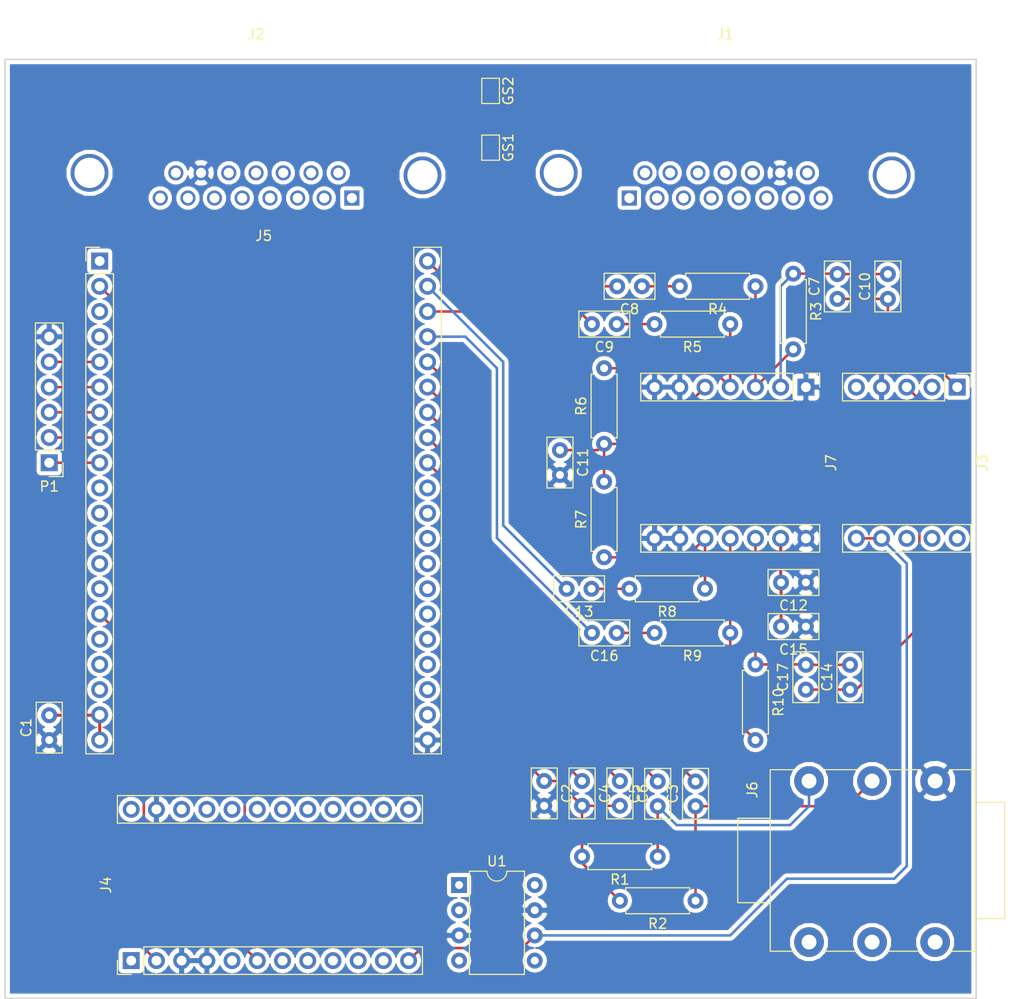
<source format=kicad_pcb>
(kicad_pcb (version 4) (host pcbnew 4.0.6-e0-6349~53~ubuntu16.04.1)
  (title_block (title Blubaru))
  (layers (0 Top signal) (31 Bottom signal) (36 B.SilkS user) (37 F.SilkS user) (38 B.Mask user) (39 F.Mask user) (44 Edge.Cuts user))
  (net 0 "")
  (net 1 GND)
  (net 2 VCC)
  (net 3 "/DB-15 interconnects/Modules/Bluetooth Module/Microphone/MIC_BIAS")
  (net 4 "Net-(C3-Pad1)")
  (net 5 "/DB-15 interconnects/Modules/Bluetooth Module/Microphone/MIC_R-")
  (net 6 "/DB-15 interconnects/Modules/Bluetooth Module/Microphone/MIC_L+")
  (net 7 "Net-(C5-Pad1)")
  (net 8 "/DB-15 interconnects/Modules/Bluetooth Module/Microphone/MIC_L-")
  (net 9 "/DB-15 interconnects/Modules/Bluetooth Module/Microphone/MIC_R+")
  (net 10 "/DB-15 interconnects/Modules/Audio switch/BT_L")
  (net 11 "Net-(C10-Pad2)")
  (net 12 "Net-(C8-Pad1)")
  (net 13 "/DB-15 interconnects/Modules/Bluetooth Module/Amp/L+")
  (net 14 "Net-(C9-Pad1)")
  (net 15 "/DB-15 interconnects/Modules/Bluetooth Module/Amp/L-")
  (net 16 "Net-(C11-Pad1)")
  (net 17 "Net-(C13-Pad1)")
  (net 18 "/DB-15 interconnects/Modules/Bluetooth Module/Amp/R+")
  (net 19 "/DB-15 interconnects/Modules/Audio switch/BT_R")
  (net 20 "Net-(C14-Pad2)")
  (net 21 "Net-(C16-Pad1)")
  (net 22 "/DB-15 interconnects/Modules/Bluetooth Module/Amp/R-")
  (net 23 "/DB-15 interconnects/5_IN")
  (net 24 "/DB-15 interconnects/13_IN")
  (net 25 "/DB-15 interconnects/1_IN")
  (net 26 "/DB-15 interconnects/2_IN")
  (net 27 "/DB-15 interconnects/3_IN")
  (net 28 "/DB-15 interconnects/4_IN")
  (net 29 "/DB-15 interconnects/6_IN")
  (net 30 "/DB-15 interconnects/7_IN")
  (net 31 "/DB-15 interconnects/8_IN")
  (net 32 +12V)
  (net 33 "/DB-15 interconnects/10_IN")
  (net 34 "/DB-15 interconnects/11_IN")
  (net 35 "/DB-15 interconnects/12_IN")
  (net 36 "/DB-15 interconnects/6_OUT")
  (net 37 "/DB-15 interconnects/4_OUT")
  (net 38 "/DB-15 interconnects/2_OUT")
  (net 39 "/DB-15 interconnects/Modules/Audio switch/BT_TRG")
  (net 40 "/DB-15 interconnects/Modules/Bluetooth Module/UART_RX")
  (net 41 "/DB-15 interconnects/Modules/Bluetooth Module/UART_TX")
  (net 42 "/DB-15 interconnects/Modules/Bluetooth Module/CMD")
  (net 43 "/DB-15 interconnects/Modules/Bluetooth Module/EVENT")
  (net 44 "/DB-15 interconnects/Modules/Bluetooth Module/VOL+")
  (net 45 "/DB-15 interconnects/Modules/Bluetooth Module/NEXT")
  (net 46 "/DB-15 interconnects/Modules/Bluetooth Module/PLAY")
  (net 47 "/DB-15 interconnects/Modules/Bluetooth Module/PREV")
  (net 48 "/DB-15 interconnects/Modules/Bluetooth Module/VOL-")
  (net 49 "Net-(J7-Pad10)")
  (net 50 "Net-(J7-Pad11)")
  (net 51 "Net-(J7-Pad3)")
  (net 52 "Net-(J7-Pad4)")
  (module blubaru:RN52_Breakout (layer Top) (at 110.49 50.165)
    (fp_text reference J5 (at 0 -2.54) (layer F.SilkS))
    (fp_text value RN52_BREAKOUT)
    (pad 21 thru_hole oval (at 16.51 48.26) (size 1.7 1.7) (drill 1) (layers *.Cu *.Mask) (net 1 GND))
    (pad 22 thru_hole oval (at 16.51 45.72) (size 1.7 1.7) (drill 1) (layers *.Cu *.Mask))
    (pad 23 thru_hole oval (at 16.51 43.18) (size 1.7 1.7) (drill 1) (layers *.Cu *.Mask))
    (pad 24 thru_hole oval (at 16.51 40.64) (size 1.7 1.7) (drill 1) (layers *.Cu *.Mask))
    (pad 25 thru_hole oval (at 16.51 38.1) (size 1.7 1.7) (drill 1) (layers *.Cu *.Mask))
    (pad 26 thru_hole oval (at 16.51 35.56) (size 1.7 1.7) (drill 1) (layers *.Cu *.Mask))
    (pad 27 thru_hole oval (at 16.51 33.02) (size 1.7 1.7) (drill 1) (layers *.Cu *.Mask))
    (pad 28 thru_hole oval (at 16.51 30.48) (size 1.7 1.7) (drill 1) (layers *.Cu *.Mask))
    (pad 29 thru_hole oval (at 16.51 27.94) (size 1.7 1.7) (drill 1) (layers *.Cu *.Mask))
    (pad 30 thru_hole oval (at 16.51 25.4) (size 1.7 1.7) (drill 1) (layers *.Cu *.Mask))
    (pad 31 thru_hole oval (at 16.51 22.86) (size 1.7 1.7) (drill 1) (layers *.Cu *.Mask))
    (pad 32 thru_hole oval (at 16.51 20.32) (size 1.7 1.7) (drill 1) (layers *.Cu *.Mask) (net 3 "/DB-15 interconnects/Modules/Bluetooth Module/Microphone/MIC_BIAS"))
    (pad 33 thru_hole oval (at 16.51 17.78) (size 1.7 1.7) (drill 1) (layers *.Cu *.Mask) (net 6 "/DB-15 interconnects/Modules/Bluetooth Module/Microphone/MIC_L+"))
    (pad 34 thru_hole oval (at 16.51 15.24) (size 1.7 1.7) (drill 1) (layers *.Cu *.Mask) (net 9 "/DB-15 interconnects/Modules/Bluetooth Module/Microphone/MIC_R+"))
    (pad 35 thru_hole oval (at 16.51 12.7) (size 1.7 1.7) (drill 1) (layers *.Cu *.Mask) (net 8 "/DB-15 interconnects/Modules/Bluetooth Module/Microphone/MIC_L-"))
    (pad 36 thru_hole oval (at 16.51 10.16) (size 1.7 1.7) (drill 1) (layers *.Cu *.Mask) (net 5 "/DB-15 interconnects/Modules/Bluetooth Module/Microphone/MIC_R-"))
    (pad 37 thru_hole oval (at 16.51 7.62) (size 1.7 1.7) (drill 1) (layers *.Cu *.Mask) (net 22 "/DB-15 interconnects/Modules/Bluetooth Module/Amp/R-"))
    (pad 38 thru_hole oval (at 16.51 5.08) (size 1.7 1.7) (drill 1) (layers *.Cu *.Mask) (net 15 "/DB-15 interconnects/Modules/Bluetooth Module/Amp/L-"))
    (pad 39 thru_hole oval (at 16.51 2.54) (size 1.7 1.7) (drill 1) (layers *.Cu *.Mask) (net 18 "/DB-15 interconnects/Modules/Bluetooth Module/Amp/R+"))
    (pad 40 thru_hole circle (at 16.51 0) (size 1.7 1.7) (drill 1) (layers *.Cu *.Mask) (net 13 "/DB-15 interconnects/Modules/Bluetooth Module/Amp/L+"))
    (pad 1 thru_hole rect (at -16.51 0) (size 1.7 1.7) (drill 1) (layers *.Cu *.Mask))
    (pad 2 thru_hole oval (at -16.51 2.54) (size 1.7 1.7) (drill 1) (layers *.Cu *.Mask) (net 43 "/DB-15 interconnects/Modules/Bluetooth Module/EVENT"))
    (pad 3 thru_hole oval (at -16.51 5.08) (size 1.7 1.7) (drill 1) (layers *.Cu *.Mask))
    (pad 4 thru_hole oval (at -16.51 7.62) (size 1.7 1.7) (drill 1) (layers *.Cu *.Mask))
    (pad 5 thru_hole oval (at -16.51 10.16) (size 1.7 1.7) (drill 1) (layers *.Cu *.Mask) (net 44 "/DB-15 interconnects/Modules/Bluetooth Module/VOL+"))
    (pad 6 thru_hole oval (at -16.51 12.7) (size 1.7 1.7) (drill 1) (layers *.Cu *.Mask) (net 45 "/DB-15 interconnects/Modules/Bluetooth Module/NEXT"))
    (pad 7 thru_hole oval (at -16.51 15.24) (size 1.7 1.7) (drill 1) (layers *.Cu *.Mask) (net 46 "/DB-15 interconnects/Modules/Bluetooth Module/PLAY"))
    (pad 8 thru_hole oval (at -16.51 17.78) (size 1.7 1.7) (drill 1) (layers *.Cu *.Mask) (net 47 "/DB-15 interconnects/Modules/Bluetooth Module/PREV"))
    (pad 9 thru_hole oval (at -16.51 20.32) (size 1.7 1.7) (drill 1) (layers *.Cu *.Mask) (net 48 "/DB-15 interconnects/Modules/Bluetooth Module/VOL-"))
    (pad 10 thru_hole oval (at -16.51 22.86) (size 1.7 1.7) (drill 1) (layers *.Cu *.Mask) (net 42 "/DB-15 interconnects/Modules/Bluetooth Module/CMD"))
    (pad 11 thru_hole oval (at -16.51 25.4) (size 1.7 1.7) (drill 1) (layers *.Cu *.Mask))
    (pad 12 thru_hole oval (at -16.51 27.94) (size 1.7 1.7) (drill 1) (layers *.Cu *.Mask))
    (pad 13 thru_hole oval (at -16.51 30.48) (size 1.7 1.7) (drill 1) (layers *.Cu *.Mask))
    (pad 14 thru_hole oval (at -16.51 33.02) (size 1.7 1.7) (drill 1) (layers *.Cu *.Mask))
    (pad 15 thru_hole oval (at -16.51 35.56) (size 1.7 1.7) (drill 1) (layers *.Cu *.Mask) (net 41 "/DB-15 interconnects/Modules/Bluetooth Module/UART_TX"))
    (pad 16 thru_hole oval (at -16.51 38.1) (size 1.7 1.7) (drill 1) (layers *.Cu *.Mask) (net 40 "/DB-15 interconnects/Modules/Bluetooth Module/UART_RX"))
    (pad 17 thru_hole oval (at -16.51 40.64) (size 1.7 1.7) (drill 1) (layers *.Cu *.Mask))
    (pad 18 thru_hole oval (at -16.51 43.18) (size 1.7 1.7) (drill 1) (layers *.Cu *.Mask))
    (pad 19 thru_hole oval (at -16.51 45.72) (size 1.7 1.7) (drill 1) (layers *.Cu *.Mask) (net 2 VCC))
    (pad 20 thru_hole oval (at -16.51 48.26) (size 1.7 1.7) (drill 1) (layers *.Cu *.Mask) (net 2 VCC))
  )
  (module Capacitors_THT:C_Disc_D5.0mm_W2.5mm_P2.50mm (layer Top) (at 88.9 98.425 90)
    (fp_text reference C1 (at 1.25 -2.31 90) (layer F.SilkS))
    (fp_text value 0.1uF)
    (pad 1 thru_hole circle (at 0 0 90) (size 1.6 1.6) (drill 0.8) (layers *.Cu *.Mask) (net 1 GND))
    (pad 2 thru_hole circle (at 2.5 0 90) (size 1.6 1.6) (drill 0.8) (layers *.Cu *.Mask) (net 2 VCC))
  )
  (module Capacitors_THT:C_Disc_D5.0mm_W2.5mm_P2.50mm (layer Top) (at 138.7475 102.5525 270)
    (fp_text reference C2 (at 1.25 -2.31 270) (layer F.SilkS))
    (fp_text value 1uF)
    (pad 1 thru_hole circle (at 0 0 270) (size 1.6 1.6) (drill 0.8) (layers *.Cu *.Mask) (net 3 "/DB-15 interconnects/Modules/Bluetooth Module/Microphone/MIC_BIAS"))
    (pad 2 thru_hole circle (at 2.5 0 270) (size 1.6 1.6) (drill 0.8) (layers *.Cu *.Mask) (net 1 GND))
  )
  (module Capacitors_THT:C_Disc_D5.0mm_W2.5mm_P2.50mm (layer Top) (at 153.9875 105.0925 90)
    (fp_text reference C3 (at 1.25 -2.31 90) (layer F.SilkS))
    (fp_text value 47nF)
    (pad 1 thru_hole circle (at 0 0 90) (size 1.6 1.6) (drill 0.8) (layers *.Cu *.Mask) (net 4 "Net-(C3-Pad1)"))
    (pad 2 thru_hole circle (at 2.5 0 90) (size 1.6 1.6) (drill 0.8) (layers *.Cu *.Mask) (net 5 "/DB-15 interconnects/Modules/Bluetooth Module/Microphone/MIC_R-"))
  )
  (module Capacitors_THT:C_Disc_D5.0mm_W2.5mm_P2.50mm (layer Top) (at 142.5575 102.5525 270)
    (fp_text reference C4 (at 1.25 -2.31 270) (layer F.SilkS))
    (fp_text value 47nF)
    (pad 1 thru_hole circle (at 0 0 270) (size 1.6 1.6) (drill 0.8) (layers *.Cu *.Mask) (net 6 "/DB-15 interconnects/Modules/Bluetooth Module/Microphone/MIC_L+"))
    (pad 2 thru_hole circle (at 2.5 0 270) (size 1.6 1.6) (drill 0.8) (layers *.Cu *.Mask) (net 3 "/DB-15 interconnects/Modules/Bluetooth Module/Microphone/MIC_BIAS"))
  )
  (module Capacitors_THT:C_Disc_D5.0mm_W2.5mm_P2.50mm (layer Top) (at 150.1775 105.0925 90)
    (fp_text reference C5 (at 1.25 -2.31 90) (layer F.SilkS))
    (fp_text value 47nF)
    (pad 1 thru_hole circle (at 0 0 90) (size 1.6 1.6) (drill 0.8) (layers *.Cu *.Mask) (net 7 "Net-(C5-Pad1)"))
    (pad 2 thru_hole circle (at 2.5 0 90) (size 1.6 1.6) (drill 0.8) (layers *.Cu *.Mask) (net 8 "/DB-15 interconnects/Modules/Bluetooth Module/Microphone/MIC_L-"))
  )
  (module Capacitors_THT:C_Disc_D5.0mm_W2.5mm_P2.50mm (layer Top) (at 146.3675 102.5525 270)
    (fp_text reference C6 (at 1.25 -2.31 270) (layer F.SilkS))
    (fp_text value 47nF)
    (pad 1 thru_hole circle (at 0 0 270) (size 1.6 1.6) (drill 0.8) (layers *.Cu *.Mask) (net 9 "/DB-15 interconnects/Modules/Bluetooth Module/Microphone/MIC_R+"))
    (pad 2 thru_hole circle (at 2.5 0 270) (size 1.6 1.6) (drill 0.8) (layers *.Cu *.Mask) (net 3 "/DB-15 interconnects/Modules/Bluetooth Module/Microphone/MIC_BIAS"))
  )
  (module Capacitors_THT:C_Disc_D5.0mm_W2.5mm_P2.50mm (layer Top) (at 168.275 53.975 90)
    (fp_text reference C7 (at 1.25 -2.31 90) (layer F.SilkS))
    (fp_text value 100uF)
    (pad 1 thru_hole circle (at 0 0 90) (size 1.6 1.6) (drill 0.8) (layers *.Cu *.Mask) (net 10 "/DB-15 interconnects/Modules/Audio switch/BT_L"))
    (pad 2 thru_hole circle (at 2.5 0 90) (size 1.6 1.6) (drill 0.8) (layers *.Cu *.Mask) (net 11 "Net-(C10-Pad2)"))
  )
  (module Capacitors_THT:C_Disc_D5.0mm_W2.5mm_P2.50mm (layer Top) (at 148.59 52.705 180)
    (fp_text reference C8 (at 1.25 -2.31 180) (layer F.SilkS))
    (fp_text value 1uF)
    (pad 1 thru_hole circle (at 0 0 180) (size 1.6 1.6) (drill 0.8) (layers *.Cu *.Mask) (net 12 "Net-(C8-Pad1)"))
    (pad 2 thru_hole circle (at 2.5 0 180) (size 1.6 1.6) (drill 0.8) (layers *.Cu *.Mask) (net 13 "/DB-15 interconnects/Modules/Bluetooth Module/Amp/L+"))
  )
  (module Capacitors_THT:C_Disc_D5.0mm_W2.5mm_P2.50mm (layer Top) (at 146.05 56.515 180)
    (fp_text reference C9 (at 1.25 -2.31 180) (layer F.SilkS))
    (fp_text value 1uF)
    (pad 1 thru_hole circle (at 0 0 180) (size 1.6 1.6) (drill 0.8) (layers *.Cu *.Mask) (net 14 "Net-(C9-Pad1)"))
    (pad 2 thru_hole circle (at 2.5 0 180) (size 1.6 1.6) (drill 0.8) (layers *.Cu *.Mask) (net 15 "/DB-15 interconnects/Modules/Bluetooth Module/Amp/L-"))
  )
  (module Capacitors_THT:C_Disc_D5.0mm_W2.5mm_P2.50mm (layer Top) (at 173.355 53.975 90)
    (fp_text reference C10 (at 1.25 -2.31 90) (layer F.SilkS))
    (fp_text value 100uF)
    (pad 1 thru_hole circle (at 0 0 90) (size 1.6 1.6) (drill 0.8) (layers *.Cu *.Mask) (net 10 "/DB-15 interconnects/Modules/Audio switch/BT_L"))
    (pad 2 thru_hole circle (at 2.5 0 90) (size 1.6 1.6) (drill 0.8) (layers *.Cu *.Mask) (net 11 "Net-(C10-Pad2)"))
  )
  (module Capacitors_THT:C_Disc_D5.0mm_W2.5mm_P2.50mm (layer Top) (at 140.335 69.215 270)
    (fp_text reference C11 (at 1.25 -2.31 270) (layer F.SilkS))
    (fp_text value 1uF)
    (pad 1 thru_hole circle (at 0 0 270) (size 1.6 1.6) (drill 0.8) (layers *.Cu *.Mask) (net 16 "Net-(C11-Pad1)"))
    (pad 2 thru_hole circle (at 2.5 0 270) (size 1.6 1.6) (drill 0.8) (layers *.Cu *.Mask) (net 1 GND))
  )
  (module Capacitors_THT:C_Disc_D5.0mm_W2.5mm_P2.50mm (layer Top) (at 165.1 82.55 180)
    (fp_text reference C12 (at 1.25 -2.31 180) (layer F.SilkS))
    (fp_text value 0.1uF)
    (pad 1 thru_hole circle (at 0 0 180) (size 1.6 1.6) (drill 0.8) (layers *.Cu *.Mask) (net 1 GND))
    (pad 2 thru_hole circle (at 2.5 0 180) (size 1.6 1.6) (drill 0.8) (layers *.Cu *.Mask) (net 2 VCC))
  )
  (module Capacitors_THT:C_Disc_D5.0mm_W2.5mm_P2.50mm (layer Top) (at 143.51 83.185 180)
    (fp_text reference C13 (at 1.25 -2.31 180) (layer F.SilkS))
    (fp_text value 1uF)
    (pad 1 thru_hole circle (at 0 0 180) (size 1.6 1.6) (drill 0.8) (layers *.Cu *.Mask) (net 17 "Net-(C13-Pad1)"))
    (pad 2 thru_hole circle (at 2.5 0 180) (size 1.6 1.6) (drill 0.8) (layers *.Cu *.Mask) (net 18 "/DB-15 interconnects/Modules/Bluetooth Module/Amp/R+"))
  )
  (module Capacitors_THT:C_Disc_D5.0mm_W2.5mm_P2.50mm (layer Top) (at 169.545 93.345 90)
    (fp_text reference C14 (at 1.25 -2.31 90) (layer F.SilkS))
    (fp_text value 100uF)
    (pad 1 thru_hole circle (at 0 0 90) (size 1.6 1.6) (drill 0.8) (layers *.Cu *.Mask) (net 19 "/DB-15 interconnects/Modules/Audio switch/BT_R"))
    (pad 2 thru_hole circle (at 2.5 0 90) (size 1.6 1.6) (drill 0.8) (layers *.Cu *.Mask) (net 20 "Net-(C14-Pad2)"))
  )
  (module Capacitors_THT:C_Disc_D5.0mm_W2.5mm_P2.50mm (layer Top) (at 165.1 86.995 180)
    (fp_text reference C15 (at 1.25 -2.31 180) (layer F.SilkS))
    (fp_text value 10uF)
    (pad 1 thru_hole circle (at 0 0 180) (size 1.6 1.6) (drill 0.8) (layers *.Cu *.Mask) (net 1 GND))
    (pad 2 thru_hole circle (at 2.5 0 180) (size 1.6 1.6) (drill 0.8) (layers *.Cu *.Mask) (net 2 VCC))
  )
  (module Capacitors_THT:C_Disc_D5.0mm_W2.5mm_P2.50mm (layer Top) (at 146.05 87.63 180)
    (fp_text reference C16 (at 1.25 -2.31 180) (layer F.SilkS))
    (fp_text value 1uF)
    (pad 1 thru_hole circle (at 0 0 180) (size 1.6 1.6) (drill 0.8) (layers *.Cu *.Mask) (net 21 "Net-(C16-Pad1)"))
    (pad 2 thru_hole circle (at 2.5 0 180) (size 1.6 1.6) (drill 0.8) (layers *.Cu *.Mask) (net 22 "/DB-15 interconnects/Modules/Bluetooth Module/Amp/R-"))
  )
  (module Capacitors_THT:C_Disc_D5.0mm_W2.5mm_P2.50mm (layer Top) (at 165.1 93.345 90)
    (fp_text reference C17 (at 1.25 -2.31 90) (layer F.SilkS))
    (fp_text value 100uF)
    (pad 1 thru_hole circle (at 0 0 90) (size 1.6 1.6) (drill 0.8) (layers *.Cu *.Mask) (net 19 "/DB-15 interconnects/Modules/Audio switch/BT_R"))
    (pad 2 thru_hole circle (at 2.5 0 90) (size 1.6 1.6) (drill 0.8) (layers *.Cu *.Mask) (net 20 "Net-(C14-Pad2)"))
  )
  (module Connectors:GS2 (layer Top) (at 133.35 38.735)
    (fp_text reference GS1 (at 1.78 0 90) (layer F.SilkS))
    (fp_text value GS2)
    (pad 1 smd rect (at 0 -0.64) (size 1.27 0.97) (layers Top F.Mask) (net 23 "/DB-15 interconnects/5_IN"))
    (pad 2 smd rect (at 0 0.64) (size 1.27 0.97) (layers Top F.Mask) (net 1 GND))
  )
  (module Connectors:GS2 (layer Top) (at 133.35 33.02)
    (fp_text reference GS2 (at 1.78 0 90) (layer F.SilkS))
    (fp_text value GS2)
    (pad 1 smd rect (at 0 -0.64) (size 1.27 0.97) (layers Top F.Mask) (net 24 "/DB-15 interconnects/13_IN"))
    (pad 2 smd rect (at 0 0.64) (size 1.27 0.97) (layers Top F.Mask) (net 1 GND))
  )
  (module Connectors:DB15FC (layer Top) (at 147.32 43.815)
    (fp_text reference J1 (at 9.65 -16.51) (layer F.SilkS))
    (fp_text value DB15)
    (pad "" thru_hole circle (at 26.42 -2.29) (size 3.81 3.81) (drill 3.05) (layers *.Cu *.Mask))
    (pad "" thru_hole circle (at -7.11 -2.54) (size 3.81 3.81) (drill 3.05) (layers *.Cu *.Mask))
    (pad 1 thru_hole rect (at 0 0) (size 1.52 1.52) (drill 1.02) (layers *.Cu *.Mask) (net 25 "/DB-15 interconnects/1_IN"))
    (pad 2 thru_hole circle (at 2.79 0) (size 1.52 1.52) (drill 1.02) (layers *.Cu *.Mask) (net 26 "/DB-15 interconnects/2_IN"))
    (pad 3 thru_hole circle (at 5.46 0) (size 1.52 1.52) (drill 1.02) (layers *.Cu *.Mask) (net 27 "/DB-15 interconnects/3_IN"))
    (pad 4 thru_hole circle (at 8.25 0) (size 1.52 1.52) (drill 1.02) (layers *.Cu *.Mask) (net 28 "/DB-15 interconnects/4_IN"))
    (pad 5 thru_hole circle (at 11.05 0) (size 1.52 1.52) (drill 1.02) (layers *.Cu *.Mask) (net 23 "/DB-15 interconnects/5_IN"))
    (pad 6 thru_hole circle (at 13.84 0) (size 1.52 1.52) (drill 1.02) (layers *.Cu *.Mask) (net 29 "/DB-15 interconnects/6_IN"))
    (pad 7 thru_hole circle (at 16.51 0) (size 1.52 1.52) (drill 1.02) (layers *.Cu *.Mask) (net 30 "/DB-15 interconnects/7_IN"))
    (pad 8 thru_hole circle (at 19.3 0) (size 1.52 1.52) (drill 1.02) (layers *.Cu *.Mask) (net 31 "/DB-15 interconnects/8_IN"))
    (pad 9 thru_hole circle (at 1.57 -2.54) (size 1.52 1.52) (drill 1.02) (layers *.Cu *.Mask) (net 32 +12V))
    (pad 10 thru_hole circle (at 4.11 -2.54) (size 1.52 1.52) (drill 1.02) (layers *.Cu *.Mask) (net 33 "/DB-15 interconnects/10_IN"))
    (pad 11 thru_hole circle (at 6.91 -2.54) (size 1.52 1.52) (drill 1.02) (layers *.Cu *.Mask) (net 34 "/DB-15 interconnects/11_IN"))
    (pad 12 thru_hole circle (at 9.65 -2.54) (size 1.52 1.52) (drill 1.02) (layers *.Cu *.Mask) (net 35 "/DB-15 interconnects/12_IN"))
    (pad 13 thru_hole circle (at 12.4 -2.54) (size 1.52 1.52) (drill 1.02) (layers *.Cu *.Mask) (net 24 "/DB-15 interconnects/13_IN"))
    (pad 14 thru_hole circle (at 15.19 -2.54) (size 1.52 1.52) (drill 1.02) (layers *.Cu *.Mask) (net 1 GND))
    (pad 15 thru_hole circle (at 17.93 -2.54) (size 1.52 1.52) (drill 1.02) (layers *.Cu *.Mask))
  )
  (module Connectors:DB15MC (layer Top) (at 119.38 43.815)
    (fp_text reference J2 (at -9.65 -16.51) (layer F.SilkS))
    (fp_text value DB15)
    (pad "" thru_hole circle (at 7.11 -2.29) (size 3.81 3.81) (drill 3.05) (layers *.Cu *.Mask))
    (pad "" thru_hole circle (at -26.42 -2.54) (size 3.81 3.81) (drill 3.05) (layers *.Cu *.Mask))
    (pad 8 thru_hole circle (at -19.3 0) (size 1.52 1.52) (drill 1.02) (layers *.Cu *.Mask) (net 31 "/DB-15 interconnects/8_IN"))
    (pad 7 thru_hole circle (at -16.51 0) (size 1.52 1.52) (drill 1.02) (layers *.Cu *.Mask) (net 30 "/DB-15 interconnects/7_IN"))
    (pad 6 thru_hole circle (at -13.84 0) (size 1.52 1.52) (drill 1.02) (layers *.Cu *.Mask) (net 36 "/DB-15 interconnects/6_OUT"))
    (pad 5 thru_hole circle (at -11.05 0) (size 1.52 1.52) (drill 1.02) (layers *.Cu *.Mask) (net 23 "/DB-15 interconnects/5_IN"))
    (pad 4 thru_hole circle (at -8.25 0) (size 1.52 1.52) (drill 1.02) (layers *.Cu *.Mask) (net 37 "/DB-15 interconnects/4_OUT"))
    (pad 3 thru_hole circle (at -5.46 0) (size 1.52 1.52) (drill 1.02) (layers *.Cu *.Mask) (net 27 "/DB-15 interconnects/3_IN"))
    (pad 2 thru_hole circle (at -2.79 0) (size 1.52 1.52) (drill 1.02) (layers *.Cu *.Mask) (net 38 "/DB-15 interconnects/2_OUT"))
    (pad 1 thru_hole rect (at 0 0) (size 1.52 1.52) (drill 1.02) (layers *.Cu *.Mask) (net 25 "/DB-15 interconnects/1_IN"))
    (pad 15 thru_hole circle (at -17.73 -2.54) (size 1.52 1.52) (drill 1.02) (layers *.Cu *.Mask))
    (pad 14 thru_hole circle (at -15.19 -2.54) (size 1.52 1.52) (drill 1.02) (layers *.Cu *.Mask) (net 1 GND))
    (pad 13 thru_hole circle (at -12.4 -2.54) (size 1.52 1.52) (drill 1.02) (layers *.Cu *.Mask) (net 24 "/DB-15 interconnects/13_IN"))
    (pad 12 thru_hole circle (at -9.65 -2.54) (size 1.52 1.52) (drill 1.02) (layers *.Cu *.Mask) (net 35 "/DB-15 interconnects/12_IN"))
    (pad 11 thru_hole circle (at -6.91 -2.54) (size 1.52 1.52) (drill 1.02) (layers *.Cu *.Mask) (net 34 "/DB-15 interconnects/11_IN"))
    (pad 10 thru_hole circle (at -4.11 -2.54) (size 1.52 1.52) (drill 1.02) (layers *.Cu *.Mask) (net 33 "/DB-15 interconnects/10_IN"))
    (pad 9 thru_hole circle (at -1.37 -2.54) (size 1.52 1.52) (drill 1.02) (layers *.Cu *.Mask) (net 32 +12V))
  )
  (module blubaru:FSA2269 (layer Top) (at 180.34 70.485 270)
    (fp_text reference J3 (at 0 -2.54 270) (layer F.SilkS))
    (fp_text value FSA2269)
    (pad 6 thru_hole oval (at 7.62 10.16 270) (size 1.7 1.7) (drill 1) (layers *.Cu *.Mask) (net 39 "/DB-15 interconnects/Modules/Audio switch/BT_TRG"))
    (pad 7 thru_hole oval (at 7.62 7.62 270) (size 1.7 1.7) (drill 1) (layers *.Cu *.Mask) (net 39 "/DB-15 interconnects/Modules/Audio switch/BT_TRG"))
    (pad 8 thru_hole oval (at 7.62 5.08 270) (size 1.7 1.7) (drill 1) (layers *.Cu *.Mask) (net 37 "/DB-15 interconnects/4_OUT"))
    (pad 9 thru_hole oval (at 7.62 2.54 270) (size 1.7 1.7) (drill 1) (layers *.Cu *.Mask) (net 2 VCC))
    (pad 10 thru_hole circle (at 7.62 0 270) (size 1.7 1.7) (drill 1) (layers *.Cu *.Mask) (net 28 "/DB-15 interconnects/4_IN"))
    (pad 1 thru_hole rect (at -7.62 0 270) (size 1.7 1.7) (drill 1) (layers *.Cu *.Mask) (net 10 "/DB-15 interconnects/Modules/Audio switch/BT_L"))
    (pad 2 thru_hole oval (at -7.62 2.54 270) (size 1.7 1.7) (drill 1) (layers *.Cu *.Mask) (net 26 "/DB-15 interconnects/2_IN"))
    (pad 3 thru_hole oval (at -7.62 5.08 270) (size 1.7 1.7) (drill 1) (layers *.Cu *.Mask) (net 19 "/DB-15 interconnects/Modules/Audio switch/BT_R"))
    (pad 4 thru_hole oval (at -7.62 7.62 270) (size 1.7 1.7) (drill 1) (layers *.Cu *.Mask) (net 1 GND))
    (pad 5 thru_hole oval (at -7.62 10.16 270) (size 1.7 1.7) (drill 1) (layers *.Cu *.Mask) (net 38 "/DB-15 interconnects/2_OUT"))
  )
  (module blubaru:ProMicro (layer Top) (at 97.155 113.03 90)
    (fp_text reference J4 (at 0 -2.54 90) (layer F.SilkS))
    (fp_text value ProMicro)
    (pad 13 thru_hole oval (at 7.62 27.94 90) (size 1.7 1.7) (drill 1) (layers *.Cu *.Mask))
    (pad 14 thru_hole oval (at 7.62 25.4 90) (size 1.7 1.7) (drill 1) (layers *.Cu *.Mask))
    (pad 15 thru_hole oval (at 7.62 22.86 90) (size 1.7 1.7) (drill 1) (layers *.Cu *.Mask))
    (pad 16 thru_hole oval (at 7.62 20.32 90) (size 1.7 1.7) (drill 1) (layers *.Cu *.Mask))
    (pad 17 thru_hole oval (at 7.62 17.78 90) (size 1.7 1.7) (drill 1) (layers *.Cu *.Mask))
    (pad 18 thru_hole oval (at 7.62 15.24 90) (size 1.7 1.7) (drill 1) (layers *.Cu *.Mask))
    (pad 19 thru_hole oval (at 7.62 12.7 90) (size 1.7 1.7) (drill 1) (layers *.Cu *.Mask))
    (pad 20 thru_hole oval (at 7.62 10.16 90) (size 1.7 1.7) (drill 1) (layers *.Cu *.Mask))
    (pad 21 thru_hole oval (at 7.62 7.62 90) (size 1.7 1.7) (drill 1) (layers *.Cu *.Mask) (net 2 VCC))
    (pad 22 thru_hole oval (at 7.62 5.08 90) (size 1.7 1.7) (drill 1) (layers *.Cu *.Mask))
    (pad 23 thru_hole oval (at 7.62 2.54 90) (size 1.7 1.7) (drill 1) (layers *.Cu *.Mask) (net 1 GND))
    (pad 24 thru_hole circle (at 7.62 0 90) (size 1.7 1.7) (drill 1) (layers *.Cu *.Mask) (net 32 +12V))
    (pad 1 thru_hole rect (at -7.62 0 90) (size 1.7 1.7) (drill 1) (layers *.Cu *.Mask) (net 40 "/DB-15 interconnects/Modules/Bluetooth Module/UART_RX"))
    (pad 2 thru_hole oval (at -7.62 2.54 90) (size 1.7 1.7) (drill 1) (layers *.Cu *.Mask) (net 41 "/DB-15 interconnects/Modules/Bluetooth Module/UART_TX"))
    (pad 3 thru_hole oval (at -7.62 5.08 90) (size 1.7 1.7) (drill 1) (layers *.Cu *.Mask) (net 1 GND))
    (pad 4 thru_hole oval (at -7.62 7.62 90) (size 1.7 1.7) (drill 1) (layers *.Cu *.Mask) (net 1 GND))
    (pad 5 thru_hole oval (at -7.62 10.16 90) (size 1.7 1.7) (drill 1) (layers *.Cu *.Mask) (net 42 "/DB-15 interconnects/Modules/Bluetooth Module/CMD"))
    (pad 6 thru_hole oval (at -7.62 12.7 90) (size 1.7 1.7) (drill 1) (layers *.Cu *.Mask) (net 43 "/DB-15 interconnects/Modules/Bluetooth Module/EVENT"))
    (pad 7 thru_hole oval (at -7.62 15.24 90) (size 1.7 1.7) (drill 1) (layers *.Cu *.Mask))
    (pad 8 thru_hole oval (at -7.62 17.78 90) (size 1.7 1.7) (drill 1) (layers *.Cu *.Mask))
    (pad 9 thru_hole oval (at -7.62 20.32 90) (size 1.7 1.7) (drill 1) (layers *.Cu *.Mask))
    (pad 10 thru_hole oval (at -7.62 22.86 90) (size 1.7 1.7) (drill 1) (layers *.Cu *.Mask))
    (pad 11 thru_hole oval (at -7.62 25.4 90) (size 1.7 1.7) (drill 1) (layers *.Cu *.Mask))
    (pad 12 thru_hole oval (at -7.62 27.94 90) (size 1.7 1.7) (drill 1) (layers *.Cu *.Mask) (net 39 "/DB-15 interconnects/Modules/Audio switch/BT_TRG"))
  )
  (module Connectors:NMJ6HCD2 (layer Top) (at 178.1175 102.5525 270)
    (fp_text reference J6 (at 0.89 18.41 270) (layer F.SilkS))
    (fp_text value JACK_TRS_6PINS)
    (pad 6 thru_hole circle (at 16.23 6.35 270) (size 3 3) (drill 1.5) (layers *.Cu *.Mask))
    (pad 5 thru_hole circle (at 16.23 12.7 270) (size 3 3) (drill 1.5) (layers *.Cu *.Mask))
    (pad 4 thru_hole circle (at 16.23 0 270) (size 3 3) (drill 1.5) (layers *.Cu *.Mask))
    (pad 3 thru_hole circle (at 0 6.35 270) (size 3 3) (drill 1.5) (layers *.Cu *.Mask) (net 4 "Net-(C3-Pad1)"))
    (pad 2 thru_hole circle (at 0 12.7 270) (size 3 3) (drill 1.5) (layers *.Cu *.Mask) (net 7 "Net-(C5-Pad1)"))
    (pad 1 thru_hole circle (at 0 0 270) (size 3 3) (drill 1.5) (layers *.Cu *.Mask) (net 1 GND))
  )
  (module blubaru:TPA6112 (layer Top) (at 165.1 70.485 270)
    (fp_text reference J7 (at 0 -2.54 270) (layer F.SilkS))
    (fp_text value TPA6112)
    (pad 8 thru_hole oval (at 7.62 15.24 270) (size 1.7 1.7) (drill 1) (layers *.Cu *.Mask) (net 1 GND))
    (pad 9 thru_hole oval (at 7.62 12.7 270) (size 1.7 1.7) (drill 1) (layers *.Cu *.Mask) (net 1 GND))
    (pad 10 thru_hole oval (at 7.62 10.16 270) (size 1.7 1.7) (drill 1) (layers *.Cu *.Mask) (net 49 "Net-(J7-Pad10)"))
    (pad 11 thru_hole oval (at 7.62 7.62 270) (size 1.7 1.7) (drill 1) (layers *.Cu *.Mask) (net 50 "Net-(J7-Pad11)"))
    (pad 12 thru_hole oval (at 7.62 5.08 270) (size 1.7 1.7) (drill 1) (layers *.Cu *.Mask) (net 20 "Net-(C14-Pad2)"))
    (pad 13 thru_hole oval (at 7.62 2.54 270) (size 1.7 1.7) (drill 1) (layers *.Cu *.Mask) (net 2 VCC))
    (pad 14 thru_hole circle (at 7.62 0 270) (size 1.7 1.7) (drill 1) (layers *.Cu *.Mask) (net 1 GND))
    (pad 1 thru_hole rect (at -7.62 0 270) (size 1.7 1.7) (drill 1) (layers *.Cu *.Mask) (net 1 GND))
    (pad 2 thru_hole oval (at -7.62 2.54 270) (size 1.7 1.7) (drill 1) (layers *.Cu *.Mask) (net 11 "Net-(C10-Pad2)"))
    (pad 3 thru_hole oval (at -7.62 5.08 270) (size 1.7 1.7) (drill 1) (layers *.Cu *.Mask) (net 51 "Net-(J7-Pad3)"))
    (pad 4 thru_hole oval (at -7.62 7.62 270) (size 1.7 1.7) (drill 1) (layers *.Cu *.Mask) (net 52 "Net-(J7-Pad4)"))
    (pad 5 thru_hole oval (at -7.62 10.16 270) (size 1.7 1.7) (drill 1) (layers *.Cu *.Mask) (net 16 "Net-(C11-Pad1)"))
    (pad 6 thru_hole oval (at -7.62 12.7 270) (size 1.7 1.7) (drill 1) (layers *.Cu *.Mask) (net 1 GND))
    (pad 7 thru_hole oval (at -7.62 15.24 270) (size 1.7 1.7) (drill 1) (layers *.Cu *.Mask) (net 1 GND))
  )
  (module Pin_Headers:Pin_Header_Straight_1x06_Pitch2.54mm (layer Top) (at 88.9 70.485 180)
    (fp_text reference P1 (at 0 -2.39 180) (layer F.SilkS))
    (fp_text value CONN_01X06)
    (pad 1 thru_hole rect (at 0 0 180) (size 1.7 1.7) (drill 1) (layers *.Cu *.Mask) (net 48 "/DB-15 interconnects/Modules/Bluetooth Module/VOL-"))
    (pad 2 thru_hole oval (at 0 2.54 180) (size 1.7 1.7) (drill 1) (layers *.Cu *.Mask) (net 47 "/DB-15 interconnects/Modules/Bluetooth Module/PREV"))
    (pad 3 thru_hole oval (at 0 5.08 180) (size 1.7 1.7) (drill 1) (layers *.Cu *.Mask) (net 46 "/DB-15 interconnects/Modules/Bluetooth Module/PLAY"))
    (pad 4 thru_hole oval (at 0 7.62 180) (size 1.7 1.7) (drill 1) (layers *.Cu *.Mask) (net 45 "/DB-15 interconnects/Modules/Bluetooth Module/NEXT"))
    (pad 5 thru_hole oval (at 0 10.16 180) (size 1.7 1.7) (drill 1) (layers *.Cu *.Mask) (net 44 "/DB-15 interconnects/Modules/Bluetooth Module/VOL+"))
    (pad 6 thru_hole oval (at 0 12.7 180) (size 1.7 1.7) (drill 1) (layers *.Cu *.Mask) (net 1 GND))
  )
  (module Resistors_THT:R_Axial_DIN0207_L6.3mm_D2.5mm_P7.62mm_Horizontal (layer Top) (at 150.1775 110.1725 180)
    (fp_text reference R1 (at 3.81 -2.31 180) (layer F.SilkS))
    (fp_text value 2k2)
    (pad 1 thru_hole circle (at 0 0 180) (size 1.6 1.6) (drill 0.8) (layers *.Cu *.Mask) (net 7 "Net-(C5-Pad1)"))
    (pad 2 thru_hole oval (at 7.62 0 180) (size 1.6 1.6) (drill 0.8) (layers *.Cu *.Mask) (net 3 "/DB-15 interconnects/Modules/Bluetooth Module/Microphone/MIC_BIAS"))
  )
  (module Resistors_THT:R_Axial_DIN0207_L6.3mm_D2.5mm_P7.62mm_Horizontal (layer Top) (at 153.9875 114.6175 180)
    (fp_text reference R2 (at 3.81 -2.31 180) (layer F.SilkS))
    (fp_text value 2k2)
    (pad 1 thru_hole circle (at 0 0 180) (size 1.6 1.6) (drill 0.8) (layers *.Cu *.Mask) (net 4 "Net-(C3-Pad1)"))
    (pad 2 thru_hole oval (at 7.62 0 180) (size 1.6 1.6) (drill 0.8) (layers *.Cu *.Mask) (net 3 "/DB-15 interconnects/Modules/Bluetooth Module/Microphone/MIC_BIAS"))
  )
  (module Resistors_THT:R_Axial_DIN0207_L6.3mm_D2.5mm_P7.62mm_Horizontal (layer Top) (at 163.83 51.435 270)
    (fp_text reference R3 (at 3.81 -2.31 270) (layer F.SilkS))
    (fp_text value 47k)
    (pad 1 thru_hole circle (at 0 0 270) (size 1.6 1.6) (drill 0.8) (layers *.Cu *.Mask) (net 11 "Net-(C10-Pad2)"))
    (pad 2 thru_hole oval (at 7.62 0 270) (size 1.6 1.6) (drill 0.8) (layers *.Cu *.Mask) (net 51 "Net-(J7-Pad3)"))
  )
  (module Resistors_THT:R_Axial_DIN0207_L6.3mm_D2.5mm_P7.62mm_Horizontal (layer Top) (at 160.02 52.705 180)
    (fp_text reference R4 (at 3.81 -2.31 180) (layer F.SilkS))
    (fp_text value 22k)
    (pad 1 thru_hole circle (at 0 0 180) (size 1.6 1.6) (drill 0.8) (layers *.Cu *.Mask) (net 51 "Net-(J7-Pad3)"))
    (pad 2 thru_hole oval (at 7.62 0 180) (size 1.6 1.6) (drill 0.8) (layers *.Cu *.Mask) (net 12 "Net-(C8-Pad1)"))
  )
  (module Resistors_THT:R_Axial_DIN0207_L6.3mm_D2.5mm_P7.62mm_Horizontal (layer Top) (at 157.48 56.515 180)
    (fp_text reference R5 (at 3.81 -2.31 180) (layer F.SilkS))
    (fp_text value 22k)
    (pad 1 thru_hole circle (at 0 0 180) (size 1.6 1.6) (drill 0.8) (layers *.Cu *.Mask) (net 52 "Net-(J7-Pad4)"))
    (pad 2 thru_hole oval (at 7.62 0 180) (size 1.6 1.6) (drill 0.8) (layers *.Cu *.Mask) (net 14 "Net-(C9-Pad1)"))
  )
  (module Resistors_THT:R_Axial_DIN0207_L6.3mm_D2.5mm_P7.62mm_Horizontal (layer Top) (at 144.78 68.58 90)
    (fp_text reference R6 (at 3.81 -2.31 90) (layer F.SilkS))
    (fp_text value 47k)
    (pad 1 thru_hole circle (at 0 0 90) (size 1.6 1.6) (drill 0.8) (layers *.Cu *.Mask) (net 16 "Net-(C11-Pad1)"))
    (pad 2 thru_hole oval (at 7.62 0 90) (size 1.6 1.6) (drill 0.8) (layers *.Cu *.Mask) (net 52 "Net-(J7-Pad4)"))
  )
  (module Resistors_THT:R_Axial_DIN0207_L6.3mm_D2.5mm_P7.62mm_Horizontal (layer Top) (at 144.78 80.01 90)
    (fp_text reference R7 (at 3.81 -2.31 90) (layer F.SilkS))
    (fp_text value 47k)
    (pad 1 thru_hole circle (at 0 0 90) (size 1.6 1.6) (drill 0.8) (layers *.Cu *.Mask) (net 49 "Net-(J7-Pad10)"))
    (pad 2 thru_hole oval (at 7.62 0 90) (size 1.6 1.6) (drill 0.8) (layers *.Cu *.Mask) (net 16 "Net-(C11-Pad1)"))
  )
  (module Resistors_THT:R_Axial_DIN0207_L6.3mm_D2.5mm_P7.62mm_Horizontal (layer Top) (at 154.94 83.185 180)
    (fp_text reference R8 (at 3.81 -2.31 180) (layer F.SilkS))
    (fp_text value 22k)
    (pad 1 thru_hole circle (at 0 0 180) (size 1.6 1.6) (drill 0.8) (layers *.Cu *.Mask) (net 49 "Net-(J7-Pad10)"))
    (pad 2 thru_hole oval (at 7.62 0 180) (size 1.6 1.6) (drill 0.8) (layers *.Cu *.Mask) (net 17 "Net-(C13-Pad1)"))
  )
  (module Resistors_THT:R_Axial_DIN0207_L6.3mm_D2.5mm_P7.62mm_Horizontal (layer Top) (at 157.48 87.63 180)
    (fp_text reference R9 (at 3.81 -2.31 180) (layer F.SilkS))
    (fp_text value 22k)
    (pad 1 thru_hole circle (at 0 0 180) (size 1.6 1.6) (drill 0.8) (layers *.Cu *.Mask) (net 50 "Net-(J7-Pad11)"))
    (pad 2 thru_hole oval (at 7.62 0 180) (size 1.6 1.6) (drill 0.8) (layers *.Cu *.Mask) (net 21 "Net-(C16-Pad1)"))
  )
  (module Resistors_THT:R_Axial_DIN0207_L6.3mm_D2.5mm_P7.62mm_Horizontal (layer Top) (at 160.02 90.805 270)
    (fp_text reference R10 (at 3.81 -2.31 270) (layer F.SilkS))
    (fp_text value 47k)
    (pad 1 thru_hole circle (at 0 0 270) (size 1.6 1.6) (drill 0.8) (layers *.Cu *.Mask) (net 20 "Net-(C14-Pad2)"))
    (pad 2 thru_hole oval (at 7.62 0 270) (size 1.6 1.6) (drill 0.8) (layers *.Cu *.Mask) (net 50 "Net-(J7-Pad11)"))
  )
  (module Housings_DIP:DIP-8_W7.62mm (layer Top) (at 130.175 113.03)
    (fp_text reference U1 (at 3.81 -2.39) (layer F.SilkS))
    (fp_text value DG419)
    (pad 1 thru_hole rect (at 0 0) (size 1.6 1.6) (drill 0.8) (layers *.Cu *.Mask) (net 36 "/DB-15 interconnects/6_OUT"))
    (pad 5 thru_hole oval (at 7.62 7.62) (size 1.6 1.6) (drill 0.8) (layers *.Cu *.Mask) (net 2 VCC))
    (pad 2 thru_hole oval (at 0 2.54) (size 1.6 1.6) (drill 0.8) (layers *.Cu *.Mask) (net 29 "/DB-15 interconnects/6_IN"))
    (pad 6 thru_hole oval (at 7.62 5.08) (size 1.6 1.6) (drill 0.8) (layers *.Cu *.Mask) (net 39 "/DB-15 interconnects/Modules/Audio switch/BT_TRG"))
    (pad 3 thru_hole oval (at 0 5.08) (size 1.6 1.6) (drill 0.8) (layers *.Cu *.Mask) (net 1 GND))
    (pad 7 thru_hole oval (at 7.62 2.54) (size 1.6 1.6) (drill 0.8) (layers *.Cu *.Mask) (net 1 GND))
    (pad 4 thru_hole oval (at 0 7.62) (size 1.6 1.6) (drill 0.8) (layers *.Cu *.Mask) (net 32 +12V))
    (pad 8 thru_hole oval (at 7.62 0) (size 1.6 1.6) (drill 0.8) (layers *.Cu *.Mask) (net 32 +12V))
  )
  (gr_line (start 84.455 124.46) (end 84.455 29.845) (angle 90) (layer Edge.Cuts) (width 0.15))
  (gr_line (start 182.245 124.46) (end 84.455 124.46) (angle 90) (layer Edge.Cuts) (width 0.15))
  (gr_line (start 182.245 29.845) (end 182.245 124.46) (angle 90) (layer Edge.Cuts) (width 0.15))
  (gr_line (start 84.455 29.845) (end 182.245 29.845) (angle 90) (layer Edge.Cuts) (width 0.15))
  (segment (start 162.51 41.275) (end 162.51 41.225) (width 0.254) (layer Top) (net 1))
  (segment (start 93.98 95.885) (end 93.98 98.425) (width 0.3048) (layer Top) (net 2))
  (segment (start 88.9 95.925) (end 93.94 95.925) (width 0.3048) (layer Top) (net 2))
  (segment (start 93.94 95.925) (end 93.98 95.885) (width 0.3048) (layer Top) (net 2))
  (segment (start 93.94 95.925) (end 93.98 95.885) (width 0.3048) (layer Top) (net 2))
  (segment (start 162.6 82.55) (end 162.6 86.995) (width 0.3048) (layer Top) (net 2))
  (segment (start 162.56 78.105) (end 162.56 82.51) (width 0.3048) (layer Top) (net 2))
  (segment (start 162.56 82.51) (end 162.6 82.55) (width 0.3048) (layer Top) (net 2))
  (segment (start 130.175 73.66) (end 127.849999 71.334999) (width 0.254) (layer Top) (net 3))
  (segment (start 138.7475 102.5525) (end 130.175 93.98) (width 0.254) (layer Top) (net 3))
  (segment (start 130.175 93.98) (end 130.175 73.66) (width 0.254) (layer Top) (net 3))
  (segment (start 127.849999 71.334999) (end 127 70.485) (width 0.254) (layer Top) (net 3))
  (segment (start 142.5575 110.1725) (end 142.5575 110.8075) (width 0.254) (layer Top) (net 3))
  (segment (start 142.5575 110.8075) (end 146.3675 114.6175) (width 0.254) (layer Top) (net 3))
  (segment (start 142.5575 105.0525) (end 142.5575 110.1725) (width 0.254) (layer Top) (net 3))
  (segment (start 142.5575 105.0525) (end 146.3675 105.0525) (width 0.254) (layer Top) (net 3))
  (segment (start 138.7475 102.5525) (end 140.0575 102.5525) (width 0.254) (layer Top) (net 3))
  (segment (start 140.0575 102.5525) (end 142.5575 105.0525) (width 0.254) (layer Top) (net 3))
  (segment (start 153.9875 105.0925) (end 169.2275 105.0925) (width 0.254) (layer Top) (net 4))
  (segment (start 169.2275 105.0925) (end 171.7675 102.5525) (width 0.254) (layer Top) (net 4))
  (segment (start 153.9875 105.0925) (end 153.9875 114.6175) (width 0.254) (layer Top) (net 4))
  (segment (start 153.9875 102.5925) (end 132.715 81.32) (width 0.254) (layer Top) (net 5))
  (segment (start 132.715 81.32) (end 132.715 66.04) (width 0.254) (layer Top) (net 5))
  (segment (start 127.849999 61.174999) (end 127 60.325) (width 0.254) (layer Top) (net 5))
  (segment (start 132.715 66.04) (end 127.849999 61.174999) (width 0.254) (layer Top) (net 5))
  (segment (start 130.81 90.805) (end 130.81 71.755) (width 0.254) (layer Top) (net 6))
  (segment (start 130.81 71.755) (end 127.849999 68.794999) (width 0.254) (layer Top) (net 6))
  (segment (start 142.5575 102.5525) (end 130.81 90.805) (width 0.254) (layer Top) (net 6))
  (segment (start 127.849999 68.794999) (end 127 67.945) (width 0.254) (layer Top) (net 6))
  (segment (start 150.1775 105.0925) (end 152.0825 106.9975) (width 0.254) (layer Bottom) (net 7))
  (segment (start 165.4175 105.0925) (end 165.4175 102.5525) (width 0.254) (layer Bottom) (net 7))
  (segment (start 163.5125 106.9975) (end 165.4175 105.0925) (width 0.254) (layer Bottom) (net 7))
  (segment (start 152.0825 106.9975) (end 163.5125 106.9975) (width 0.254) (layer Bottom) (net 7))
  (segment (start 150.1775 105.0925) (end 150.1775 110.1725) (width 0.254) (layer Top) (net 7))
  (segment (start 150.1775 102.5925) (end 132.08 84.495) (width 0.254) (layer Top) (net 8))
  (segment (start 132.08 84.495) (end 132.08 67.945) (width 0.254) (layer Top) (net 8))
  (segment (start 132.08 67.945) (end 127.849999 63.714999) (width 0.254) (layer Top) (net 8))
  (segment (start 127.849999 63.714999) (end 127 62.865) (width 0.254) (layer Top) (net 8))
  (segment (start 146.3675 102.5525) (end 131.445 87.63) (width 0.254) (layer Top) (net 9))
  (segment (start 131.445 87.63) (end 131.445 69.85) (width 0.254) (layer Top) (net 9))
  (segment (start 131.445 69.85) (end 127.849999 66.254999) (width 0.254) (layer Top) (net 9))
  (segment (start 127.849999 66.254999) (end 127 65.405) (width 0.254) (layer Top) (net 9))
  (segment (start 173.355 53.975) (end 173.355 55.88) (width 0.254) (layer Top) (net 10))
  (segment (start 173.355 55.88) (end 180.34 62.865) (width 0.254) (layer Top) (net 10))
  (segment (start 168.275 53.975) (end 173.355 53.975) (width 0.254) (layer Top) (net 10))
  (segment (start 168.275 51.475) (end 173.355 51.475) (width 0.254) (layer Top) (net 11))
  (segment (start 163.83 51.435) (end 168.235 51.435) (width 0.254) (layer Top) (net 11))
  (segment (start 168.235 51.435) (end 168.275 51.475) (width 0.254) (layer Top) (net 11))
  (segment (start 162.56 62.865) (end 162.56 52.705) (width 0.254) (layer Bottom) (net 11))
  (segment (start 162.56 52.705) (end 163.83 51.435) (width 0.254) (layer Bottom) (net 11))
  (segment (start 152.4 52.705) (end 148.59 52.705) (width 0.254) (layer Top) (net 12))
  (segment (start 127 50.165) (end 129.54 52.705) (width 0.254) (layer Top) (net 13))
  (segment (start 129.54 52.705) (end 146.09 52.705) (width 0.254) (layer Top) (net 13))
  (segment (start 149.86 56.515) (end 146.05 56.515) (width 0.254) (layer Top) (net 14))
  (segment (start 127 55.245) (end 142.28 55.245) (width 0.254) (layer Top) (net 15))
  (segment (start 142.28 55.245) (end 143.55 56.515) (width 0.254) (layer Top) (net 15))
  (segment (start 154.94 62.865) (end 149.225 68.58) (width 0.254) (layer Top) (net 16))
  (segment (start 149.225 68.58) (end 144.78 68.58) (width 0.254) (layer Top) (net 16))
  (segment (start 144.78 68.58) (end 144.145 69.215) (width 0.254) (layer Top) (net 16))
  (segment (start 144.145 69.215) (end 140.335 69.215) (width 0.254) (layer Top) (net 16))
  (segment (start 144.78 72.39) (end 144.78 68.58) (width 0.254) (layer Top) (net 16))
  (segment (start 147.32 83.185) (end 143.51 83.185) (width 0.254) (layer Top) (net 17))
  (segment (start 127 52.705) (end 134.62 60.325) (width 0.254) (layer Bottom) (net 18))
  (segment (start 134.62 60.325) (end 134.62 76.795) (width 0.254) (layer Bottom) (net 18))
  (segment (start 134.62 76.795) (end 140.210001 82.385001) (width 0.254) (layer Bottom) (net 18))
  (segment (start 140.210001 82.385001) (end 141.01 83.185) (width 0.254) (layer Bottom) (net 18))
  (segment (start 127 52.705) (end 127.635 52.705) (width 0.254) (layer Top) (net 18))
  (segment (start 169.545 93.345) (end 170.18 93.345) (width 0.254) (layer Top) (net 19))
  (segment (start 170.18 93.345) (end 176.53 86.995) (width 0.254) (layer Top) (net 19))
  (segment (start 176.53 86.995) (end 176.53 64.135) (width 0.254) (layer Top) (net 19))
  (segment (start 176.53 64.135) (end 175.26 62.865) (width 0.254) (layer Top) (net 19))
  (segment (start 165.1 93.345) (end 169.545 93.345) (width 0.254) (layer Top) (net 19))
  (segment (start 165.1 90.845) (end 169.545 90.845) (width 0.254) (layer Top) (net 20))
  (segment (start 160.02 90.805) (end 165.06 90.805) (width 0.254) (layer Top) (net 20))
  (segment (start 165.06 90.805) (end 165.1 90.845) (width 0.254) (layer Top) (net 20))
  (segment (start 160.02 78.105) (end 160.02 90.805) (width 0.254) (layer Top) (net 20))
  (segment (start 149.86 87.63) (end 146.05 87.63) (width 0.254) (layer Top) (net 21))
  (segment (start 127 57.785) (end 130.81 57.785) (width 0.254) (layer Bottom) (net 22))
  (segment (start 130.81 57.785) (end 133.985 60.96) (width 0.254) (layer Bottom) (net 22))
  (segment (start 133.985 60.96) (end 133.985 78.065) (width 0.254) (layer Bottom) (net 22))
  (segment (start 133.985 78.065) (end 142.750001 86.830001) (width 0.254) (layer Bottom) (net 22))
  (segment (start 142.750001 86.830001) (end 143.55 87.63) (width 0.254) (layer Bottom) (net 22))
  (segment (start 158.37 43.815) (end 158.37 44.195) (width 0.254) (layer Top) (net 23))
  (segment (start 159.72 41.275) (end 159.385 41.275) (width 0.254) (layer Top) (net 24))
  (segment (start 152.78 43.815) (end 152.4 43.815) (width 0.254) (layer Top) (net 27))
  (segment (start 166.62 43.815) (end 166.37 43.815) (width 0.254) (layer Top) (net 31))
  (segment (start 118.01 41.275) (end 118.01 40.74) (width 0.3048) (layer Top) (net 32))
  (segment (start 148.89 41.275) (end 148.59 41.275) (width 0.254) (layer Top) (net 32))
  (segment (start 151.43 41.275) (end 151.13 41.275) (width 0.254) (layer Top) (net 33))
  (segment (start 154.23 41.275) (end 154.23 41.2) (width 0.254) (layer Top) (net 34))
  (segment (start 156.97 41.275) (end 156.845 41.275) (width 0.254) (layer Top) (net 35))
  (segment (start 137.795 118.11) (end 157.48 118.11) (width 0.254) (layer Bottom) (net 39))
  (segment (start 175.26 80.645) (end 172.72 78.105) (width 0.254) (layer Bottom) (net 39))
  (segment (start 175.26 111.125) (end 175.26 80.645) (width 0.254) (layer Bottom) (net 39))
  (segment (start 173.99 112.395) (end 175.26 111.125) (width 0.254) (layer Bottom) (net 39))
  (segment (start 163.195 112.395) (end 173.99 112.395) (width 0.254) (layer Bottom) (net 39))
  (segment (start 157.48 118.11) (end 163.195 112.395) (width 0.254) (layer Bottom) (net 39))
  (segment (start 125.095 120.65) (end 126.365 119.38) (width 0.254) (layer Top) (net 39))
  (segment (start 136.525 119.38) (end 137.795 118.11) (width 0.254) (layer Top) (net 39))
  (segment (start 126.365 119.38) (end 136.525 119.38) (width 0.254) (layer Top) (net 39))
  (segment (start 170.18 78.105) (end 172.72 78.105) (width 0.254) (layer Top) (net 39))
  (segment (start 93.98 85.725) (end 98.425 90.17) (width 0.254) (layer Top) (net 41))
  (segment (start 98.425 119.38) (end 99.695 120.65) (width 0.254) (layer Top) (net 41))
  (segment (start 98.425 90.17) (end 98.425 119.38) (width 0.254) (layer Top) (net 41))
  (segment (start 93.98 52.705) (end 108.585 67.31) (width 0.254) (layer Top) (net 43))
  (segment (start 108.585 119.38) (end 109.855 120.65) (width 0.254) (layer Top) (net 43))
  (segment (start 108.585 67.31) (end 108.585 119.38) (width 0.254) (layer Top) (net 43))
  (segment (start 88.9 60.325) (end 93.98 60.325) (width 0.254) (layer Top) (net 44))
  (segment (start 93.98 62.865) (end 88.9 62.865) (width 0.254) (layer Top) (net 45))
  (segment (start 88.9 65.405) (end 93.98 65.405) (width 0.254) (layer Top) (net 46))
  (segment (start 93.98 67.945) (end 88.9 67.945) (width 0.254) (layer Top) (net 47))
  (segment (start 88.9 70.485) (end 93.98 70.485) (width 0.254) (layer Top) (net 48))
  (segment (start 154.94 78.105) (end 153.035 80.01) (width 0.254) (layer Top) (net 49))
  (segment (start 153.035 80.01) (end 144.78 80.01) (width 0.254) (layer Top) (net 49))
  (segment (start 154.94 78.105) (end 154.94 83.185) (width 0.254) (layer Top) (net 49))
  (segment (start 157.48 87.63) (end 157.48 95.885) (width 0.254) (layer Top) (net 50))
  (segment (start 157.48 95.885) (end 160.02 98.425) (width 0.254) (layer Top) (net 50))
  (segment (start 157.48 78.105) (end 157.48 87.63) (width 0.254) (layer Top) (net 50))
  (segment (start 160.02 62.865) (end 163.83 59.055) (width 0.254) (layer Top) (net 51))
  (segment (start 160.02 62.865) (end 160.02 52.705) (width 0.254) (layer Top) (net 51))
  (segment (start 157.48 62.865) (end 155.575 60.96) (width 0.254) (layer Top) (net 52))
  (segment (start 155.575 60.96) (end 144.78 60.96) (width 0.254) (layer Top) (net 52))
  (segment (start 157.48 62.865) (end 157.48 56.515) (width 0.254) (layer Top) (net 52))
  (zone (net 1) (net_name GND) (layer Bottom) (connect_pads (clearance 0.408)) (min_thickness 0.154) (fill yes (arc_segments 16) (thermal_gap 0.508) (thermal_bridge_width 0.508))
    (polygon (pts (xy 182.245 124.46) (xy 84.455 124.46) (xy 84.455 29.845) (xy 182.245 29.845)))
  )
)
</source>
